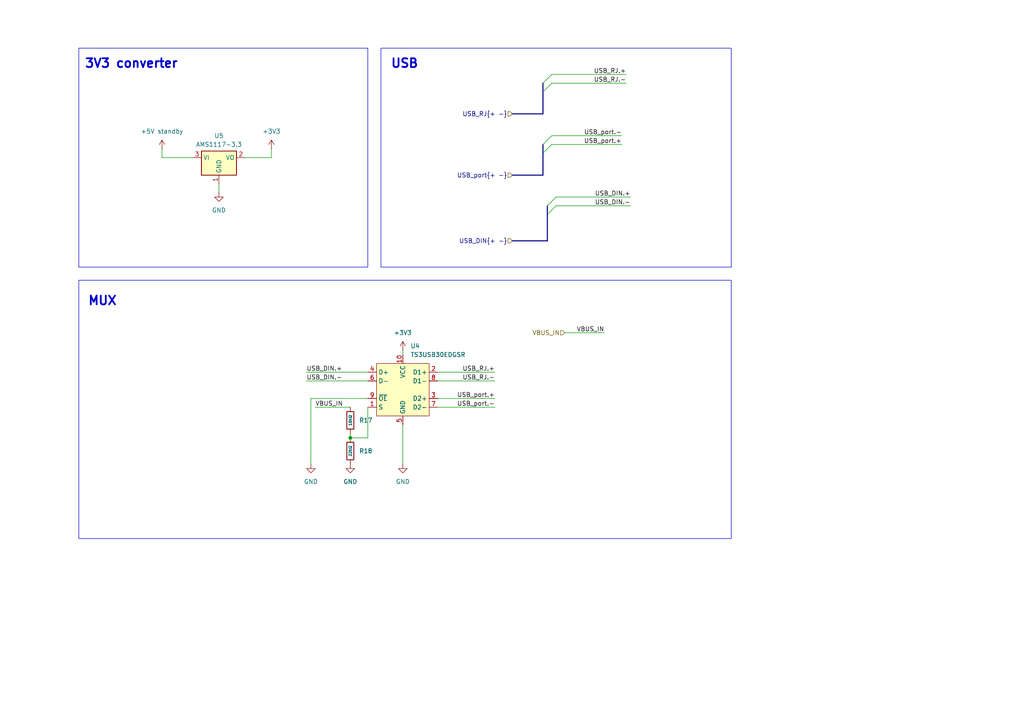
<source format=kicad_sch>
(kicad_sch (version 20231120) (generator "eeschema") (generator_version "8.0")
  (paper "A4")
  (lib_symbols
    (symbol "Interface_USB:TS3USB30EDGSR"
      (property "Reference" "U" (at -6.35 8.89 0))
      (property "Value" "TS3USB30EDGSR" (at 8.89 8.89 0))
      (symbol "TS3USB30EDGSR_1_1"
        (rectangle (start -7.62 7.62) (end 7.62 -7.62) (fill (type background)))
        (pin input line (at -10.16 -5.08 0) (length 2.54) (name "S") (number "1"))
        (pin power_in line (at 0 10.16 270) (length 2.54) (name "VCC") (number "10"))
        (pin bidirectional line (at 10.16 5.08 180) (length 2.54) (name "D1+") (number "2"))
        (pin bidirectional line (at 10.16 -2.54 180) (length 2.54) (name "D2+") (number "3"))
        (pin bidirectional line (at -10.16 5.08 0) (length 2.54) (name "D+") (number "4"))
        (pin power_in line (at 0 -10.16 90) (length 2.54) (name "GND") (number "5"))
        (pin bidirectional line (at -10.16 2.54 0) (length 2.54) (name "D-") (number "6"))
        (pin bidirectional line (at 10.16 -5.08 180) (length 2.54) (name "D2-") (number "7"))
        (pin bidirectional line (at 10.16 2.54 180) (length 2.54) (name "D1-") (number "8"))
        (pin input line (at -10.16 -2.54 0) (length 2.54) (name "~{OE}") (number "9"))
      )
    )
    (symbol "PCM_JLCPCB-Resistors:0402,22kΩ" (pin_numbers hide) (pin_names (offset 0))
      (property "Reference" "R" (at 1.778 0 0))
      (property "Value" "22kΩ" (at 0 0 90))
      (symbol "0402,22kΩ_0_1"
        (rectangle (start -1.016 2.54) (end 1.016 -2.54) (stroke (width 0.254)))
      )
      (symbol "0402,22kΩ_1_1"
        (pin passive line (at 0 3.81 270) (length 1.27) (name "~") (number "1"))
        (pin passive line (at 0 -3.81 90) (length 1.27) (name "~") (number "2"))
      )
    )
    (symbol "PCM_JLCPCB-Resistors:0603,10kΩ" (pin_numbers hide) (pin_names (offset 0))
      (property "Reference" "R" (at 1.778 0 0))
      (property "Value" "10kΩ" (at 0 0 90))
      (symbol "0603,10kΩ_0_1"
        (rectangle (start -1.016 2.54) (end 1.016 -2.54) (stroke (width 0.254)))
      )
      (symbol "0603,10kΩ_1_1"
        (pin passive line (at 0 3.81 270) (length 1.27) (name "~") (number "1"))
        (pin passive line (at 0 -3.81 90) (length 1.27) (name "~") (number "2"))
      )
    )
    (symbol "Regulator_Linear:AMS1117-3.3"
      (property "Reference" "U" (at -3.81 3.175 0))
      (property "Value" "AMS1117-3.3" (at 0 3.175 0))
      (symbol "AMS1117-3.3_0_1"
        (rectangle (start -5.08 -5.08) (end 5.08 1.905) (stroke (width 0.254)) (fill (type background)))
      )
      (symbol "AMS1117-3.3_1_1"
        (pin power_in line (at 0 -7.62 90) (length 2.54) (name "GND") (number "1"))
        (pin power_out line (at 7.62 0 180) (length 2.54) (name "VO") (number "2"))
        (pin power_in line (at -7.62 0 0) (length 2.54) (name "VI") (number "3"))
      )
    )
    (symbol "power:+3V3" (power) (pin_numbers hide) (pin_names (offset 0) hide)
      (property "Value" "+3V3" (at 0 3.556 0))
      (symbol "+3V3_0_1"
        (polyline (pts (xy -0.762 1.27) (xy 0 2.54)))
        (polyline (pts (xy 0 0) (xy 0 2.54)))
        (polyline (pts (xy 0 2.54) (xy 0.762 1.27)))
      )
      (symbol "+3V3_1_1"
        (pin power_in line (at 0 0 90) (length 0) (name "~") (number "1"))
      )
    )
    (symbol "power:+5V" (power) (pin_numbers hide) (pin_names (offset 0) hide)
      (property "Value" "+5V" (at 0 3.556 0))
      (symbol "+5V_0_1"
        (polyline (pts (xy -0.762 1.27) (xy 0 2.54)))
        (polyline (pts (xy 0 0) (xy 0 2.54)))
        (polyline (pts (xy 0 2.54) (xy 0.762 1.27)))
      )
      (symbol "+5V_1_1"
        (pin power_in line (at 0 0 90) (length 0) (name "~") (number "1"))
      )
    )
    (symbol "power:GND" (power) (pin_numbers hide) (pin_names (offset 0) hide)
      (property "Value" "GND" (at 0 -3.81 0))
      (symbol "GND_0_1"
        (polyline (pts (xy 0 0) (xy 0 -1.27) (xy 1.27 -1.27) (xy 0 -2.54) (xy -1.27 -1.27) (xy 0 -1.27)))
      )
      (symbol "GND_1_1"
        (pin power_in line (at 0 0 270) (length 0) (name "~") (number "1"))
      )
    )
  )
  (junction (at 101.6 127))
  (bus_entry (at 157.48 41.91) (size 2.54 -2.54))
  (bus_entry (at 158.75 62.23) (size 2.54 -2.54))
  (bus_entry (at 157.48 26.67) (size 2.54 -2.54))
  (bus_entry (at 158.75 59.69) (size 2.54 -2.54))
  (bus_entry (at 157.48 44.45) (size 2.54 -2.54))
  (bus_entry (at 157.48 24.13) (size 2.54 -2.54))
  (bus (pts (xy 157.48 26.67) (xy 157.48 33.02)))
  (wire (pts (xy 101.6 125.73) (xy 101.6 127)))
  (wire (pts (xy 106.68 127) (xy 101.6 127)))
  (bus (pts (xy 148.59 33.02) (xy 157.48 33.02)))
  (bus (pts (xy 157.48 41.91) (xy 157.48 44.45)))
  (wire (pts (xy 116.84 123.19) (xy 116.84 134.62)))
  (wire (pts (xy 160.02 39.37) (xy 180.34 39.37)))
  (wire (pts (xy 163.83 96.52) (xy 175.26 96.52)))
  (bus (pts (xy 157.48 24.13) (xy 157.48 26.67)))
  (bus (pts (xy 157.48 44.45) (xy 157.48 50.8)))
  (wire (pts (xy 127 110.49) (xy 143.51 110.49)))
  (wire (pts (xy 116.84 101.6) (xy 116.84 102.87)))
  (wire (pts (xy 88.9 110.49) (xy 106.68 110.49)))
  (wire (pts (xy 71.12 45.72) (xy 78.74 45.72)))
  (wire (pts (xy 160.02 24.13) (xy 181.61 24.13)))
  (wire (pts (xy 46.99 43.18) (xy 46.99 45.72)))
  (bus (pts (xy 158.75 59.69) (xy 158.75 62.23)))
  (wire (pts (xy 101.6 118.11) (xy 91.44 118.11)))
  (wire (pts (xy 46.99 45.72) (xy 55.88 45.72)))
  (wire (pts (xy 160.02 21.59) (xy 181.61 21.59)))
  (bus (pts (xy 157.48 50.8) (xy 148.59 50.8)))
  (wire (pts (xy 127 115.57) (xy 143.51 115.57)))
  (wire (pts (xy 78.74 43.18) (xy 78.74 45.72)))
  (wire (pts (xy 182.88 57.15) (xy 161.29 57.15)))
  (bus (pts (xy 148.59 69.85) (xy 158.75 69.85)))
  (wire (pts (xy 106.68 118.11) (xy 106.68 127)))
  (bus (pts (xy 158.75 62.23) (xy 158.75 69.85)))
  (wire (pts (xy 63.5 53.34) (xy 63.5 55.88)))
  (wire (pts (xy 90.17 115.57) (xy 106.68 115.57)))
  (wire (pts (xy 127 107.95) (xy 143.51 107.95)))
  (wire (pts (xy 88.9 107.95) (xy 106.68 107.95)))
  (wire (pts (xy 182.88 59.69) (xy 161.29 59.69)))
  (wire (pts (xy 90.17 134.62) (xy 90.17 115.57)))
  (wire (pts (xy 127 118.11) (xy 143.51 118.11)))
  (wire (pts (xy 160.02 41.91) (xy 180.34 41.91)))
  (rectangle (start 22.86 13.97) (end 106.68 77.47))
  (rectangle (start 110.49 13.97) (end 212.09 77.47))
  (rectangle (start 22.86 81.28) (end 212.09 156.21))
  (text "USB" (at 117.348 18.542 0) (effects (font (size 2.54 2.54) (thickness 0.508) (bold yes))))
  (text "MUX" (at 29.718 87.376 0) (effects (font (size 2.54 2.54) (thickness 0.508) (bold yes))))
  (text "3V3 converter" (at 38.1 18.542 0) (effects (font (size 2.54 2.54) (thickness 0.508) (bold yes))))
  (label "USB_RJ.-" (at 181.61 24.13 180))
  (label "USB_DIN.+" (at 88.9 107.95 0))
  (label "USB_DIN.-" (at 182.88 59.69 180))
  (label "VBUS_IN" (at 175.26 96.52 180))
  (label "USB_RJ.+" (at 181.61 21.59 180))
  (label "USB_DIN.+" (at 182.88 57.15 180))
  (label "USB_RJ.+" (at 143.51 107.95 180))
  (label "USB_DIN.-" (at 88.9 110.49 0))
  (label "USB_port.+" (at 180.34 41.91 180))
  (label "USB_port.-" (at 143.51 118.11 180))
  (label "USB_port.-" (at 180.34 39.37 180))
  (label "USB_RJ.-" (at 143.51 110.49 180))
  (label "VBUS_IN" (at 91.44 118.11 0))
  (label "USB_port.+" (at 143.51 115.57 180))
  (hierarchical_label "USB_RJ{+ -}" (shape input) (at 148.59 33.02 180) (effects (font (thickness 0.1588))))
  (hierarchical_label "VBUS_IN" (shape input) (at 163.83 96.52 180))
  (hierarchical_label "USB_DIN{+ -}" (shape input) (at 148.59 69.85 180))
  (hierarchical_label "USB_port{+ -}" (shape input) (at 148.59 50.8 180))
  (symbol (lib_id "power:GND") (at 63.5 55.88 0) (unit 1)
    (property "Reference" "#PWR067" (effects (hide yes)))
    (property "Value" "GND" (at 63.5 60.96 0))
    (property "Description" "Power symbol creates a global label with name \"GND\" , ground" (effects (hide yes)))
  )
  (symbol (lib_id "power:GND") (at 116.84 134.62 0) (unit 1)
    (property "Reference" "#PWR065" (effects (hide yes)))
    (property "Value" "GND" (at 116.84 139.7 0))
    (property "Description" "Power symbol creates a global label with name \"GND\" , ground" (effects (hide yes)))
  )
  (symbol (lib_id "power:+3V3") (at 116.84 101.6 0) (unit 1)
    (property "Reference" "#PWR071" (effects (hide yes)))
    (property "Value" "+3V3" (at 116.84 96.52 0))
    (property "Description" "Power symbol creates a global label with name \"+3V3\"" (effects (hide yes)))
  )
  (symbol (lib_id "PCM_JLCPCB-Resistors:0402,22kΩ") (at 101.6 130.81 0) (unit 1)
    (property "Reference" "R18" (at 104.14 130.8099 0) (effects (justify left)))
    (property "Value" "22kΩ" (at 101.6 130.81 90) (effects (font (size 0.8 0.8))))
    (property "Footprint" "PCM_JLCPCB:R_0402" (effects (hide yes)))
    (property "Datasheet" "https://www.lcsc.com/datasheet/lcsc_datasheet_2206010100_UNI-ROYAL-Uniroyal-Elec-0402WGF2202TCE_C25768.pdf" (effects (hide yes)))
    (property "Description" "62.5mW Thick Film Resistors 50V ±100ppm/°C ±1% 22kΩ 0402 Chip Resistor - Surface Mount ROHS" (effects (hide yes)))
    (property "LCSC" "C25768" (effects (hide yes)))
    (property "Stock" "813623" (effects (hide yes)))
    (property "Price" "0.004USD" (effects (hide yes)))
    (property "Process" "SMT" (effects (hide yes)))
    (property "Minimum Qty" "20" (effects (hide yes)))
    (property "Attrition Qty" "10" (effects (hide yes)))
    (property "Class" "Basic Component" (effects (hide yes)))
    (property "Category" "Resistors,Chip Resistor - Surface Mount" (effects (hide yes)))
    (property "Manufacturer" "UNI-ROYAL(Uniroyal Elec)" (effects (hide yes)))
    (property "Part" "0402WGF2202TCE" (effects (hide yes)))
    (property "Resistance" "22kΩ" (effects (hide yes)))
    (property "Power(Watts)" "62.5mW" (effects (hide yes)))
    (property "Type" "Thick Film Resistors" (effects (hide yes)))
    (property "Overload Voltage (Max)" "50V" (effects (hide yes)))
    (property "Operating Temperature Range" "-55°C~+155°C" (effects (hide yes)))
    (property "Tolerance" "±1%" (effects (hide yes)))
    (property "Temperature Coefficient" "±100ppm/°C" (effects (hide yes)))
  )
  (symbol (lib_id "Interface_USB:TS3USB30EDGSR") (at 116.84 113.03 0) (unit 1)
    (property "Reference" "U4" (at 119.0341 100.33 0) (effects (justify left)))
    (property "Value" "TS3USB30EDGSR" (at 119.0341 102.87 0) (effects (justify left)))
    (property "Footprint" "Package_SO:VSSOP-10_3x3mm_P0.5mm" (effects (hide yes)))
    (property "Datasheet" "https://www.ti.com/lit/ds/symlink/ts3usb30e.pdf" (effects (hide yes)))
    (property "Description" "ESD-Protected, High-Speed USB 2.0 (480-Mbps) 1:2 Multiplexer/Demultiplexer Switch With Single Enable, VSSOP-10" (effects (hide yes)))
  )
  (symbol (lib_id "power:GND") (at 101.6 134.62 0) (unit 1)
    (property "Reference" "#PWR072" (effects (hide yes)))
    (property "Value" "GND" (at 101.6 139.7 0))
    (property "Description" "Power symbol creates a global label with name \"GND\" , ground" (effects (hide yes)))
  )
  (symbol (lib_id "power:+3V3") (at 78.74 43.18 0) (unit 1)
    (property "Reference" "#PWR070" (effects (hide yes)))
    (property "Value" "+3V3" (at 78.74 38.1 0))
    (property "Description" "Power symbol creates a global label with name \"+3V3\"" (effects (hide yes)))
  )
  (symbol (lib_id "power:GND") (at 90.17 134.62 0) (unit 1)
    (property "Reference" "#PWR066" (effects (hide yes)))
    (property "Value" "GND" (at 90.17 139.7 0))
    (property "Description" "Power symbol creates a global label with name \"GND\" , ground" (effects (hide yes)))
  )
  (symbol (lib_id "power:+5V") (at 46.99 43.18 0) (unit 1)
    (property "Reference" "#PWR069" (effects (hide yes)))
    (property "Value" "+5V standby" (at 46.99 38.1 0))
    (property "Description" "Power symbol creates a global label with name \"+5V\"" (effects (hide yes)))
  )
  (symbol (lib_id "PCM_JLCPCB-Resistors:0603,10kΩ") (at 101.6 121.92 0) (unit 1)
    (property "Reference" "R17" (at 104.14 121.9199 0) (effects (justify left)))
    (property "Value" "10kΩ" (at 101.6 121.92 90) (effects (font (size 0.8 0.8))))
    (property "Footprint" "PCM_JLCPCB:R_0603" (effects (hide yes)))
    (property "Datasheet" "https://www.lcsc.com/datasheet/lcsc_datasheet_2206010045_UNI-ROYAL-Uniroyal-Elec-0603WAF1002T5E_C25804.pdf" (effects (hide yes)))
    (property "Description" "100mW Thick Film Resistors 75V ±100ppm/°C ±1% 10kΩ 0603 Chip Resistor - Surface Mount ROHS" (effects (hide yes)))
    (property "LCSC" "C25804" (effects (hide yes)))
    (property "Stock" "31509344" (effects (hide yes)))
    (property "Price" "0.004USD" (effects (hide yes)))
    (property "Process" "SMT" (effects (hide yes)))
    (property "Minimum Qty" "20" (effects (hide yes)))
    (property "Attrition Qty" "10" (effects (hide yes)))
    (property "Class" "Basic Component" (effects (hide yes)))
    (property "Category" "Resistors,Chip Resistor - Surface Mount" (effects (hide yes)))
    (property "Manufacturer" "UNI-ROYAL(Uniroyal Elec)" (effects (hide yes)))
    (property "Part" "0603WAF1002T5E" (effects (hide yes)))
    (property "Resistance" "10kΩ" (effects (hide yes)))
    (property "Power(Watts)" "100mW" (effects (hide yes)))
    (property "Type" "Thick Film Resistors" (effects (hide yes)))
    (property "Overload Voltage (Max)" "75V" (effects (hide yes)))
    (property "Operating Temperature Range" "-55°C~+155°C" (effects (hide yes)))
    (property "Tolerance" "±1%" (effects (hide yes)))
    (property "Temperature Coefficient" "±100ppm/°C" (effects (hide yes)))
  )
  (symbol (lib_id "Regulator_Linear:AMS1117-3.3") (at 63.5 45.72 0) (unit 1)
    (property "Reference" "U5" (at 63.5 39.37 0))
    (property "Value" "AMS1117-3.3" (at 63.5 41.91 0))
    (property "Footprint" "Package_TO_SOT_SMD:SOT-223-3_TabPin2" (effects (hide yes)))
    (property "Datasheet" "http://www.advanced-monolithic.com/pdf/ds1117.pdf" (effects (hide yes)))
    (property "Description" "1A Low Dropout regulator, positive, 3.3V fixed output, SOT-223" (effects (hide yes)))
  )
)
</source>
